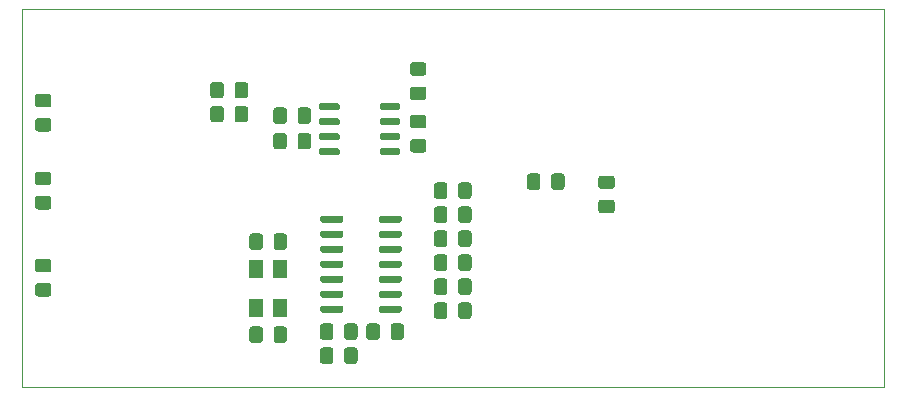
<source format=gbr>
G04 #@! TF.GenerationSoftware,KiCad,Pcbnew,5.1.10*
G04 #@! TF.CreationDate,2021-09-21T16:03:23-04:00*
G04 #@! TF.ProjectId,tinycalibrator,74696e79-6361-46c6-9962-7261746f722e,rev?*
G04 #@! TF.SameCoordinates,Original*
G04 #@! TF.FileFunction,Paste,Bot*
G04 #@! TF.FilePolarity,Positive*
%FSLAX46Y46*%
G04 Gerber Fmt 4.6, Leading zero omitted, Abs format (unit mm)*
G04 Created by KiCad (PCBNEW 5.1.10) date 2021-09-21 16:03:23*
%MOMM*%
%LPD*%
G01*
G04 APERTURE LIST*
G04 #@! TA.AperFunction,Profile*
%ADD10C,0.050000*%
G04 #@! TD*
%ADD11R,1.300000X1.600000*%
G04 APERTURE END LIST*
D10*
X97000000Y-111000000D02*
X170000000Y-111000000D01*
X97000000Y-79000000D02*
X97000000Y-111000000D01*
X170000000Y-79000000D02*
X97000000Y-79000000D01*
X170000000Y-111000000D02*
X170000000Y-79000000D01*
D11*
G04 #@! TO.C,Y1*
X116856000Y-100967000D03*
X116856000Y-104267000D03*
X118856000Y-104267000D03*
X118856000Y-100967000D03*
G04 #@! TD*
G04 #@! TO.C,U5*
G36*
G01*
X127230000Y-104544000D02*
X127230000Y-104244000D01*
G75*
G02*
X127380000Y-104094000I150000J0D01*
G01*
X129030000Y-104094000D01*
G75*
G02*
X129180000Y-104244000I0J-150000D01*
G01*
X129180000Y-104544000D01*
G75*
G02*
X129030000Y-104694000I-150000J0D01*
G01*
X127380000Y-104694000D01*
G75*
G02*
X127230000Y-104544000I0J150000D01*
G01*
G37*
G36*
G01*
X127230000Y-103274000D02*
X127230000Y-102974000D01*
G75*
G02*
X127380000Y-102824000I150000J0D01*
G01*
X129030000Y-102824000D01*
G75*
G02*
X129180000Y-102974000I0J-150000D01*
G01*
X129180000Y-103274000D01*
G75*
G02*
X129030000Y-103424000I-150000J0D01*
G01*
X127380000Y-103424000D01*
G75*
G02*
X127230000Y-103274000I0J150000D01*
G01*
G37*
G36*
G01*
X127230000Y-102004000D02*
X127230000Y-101704000D01*
G75*
G02*
X127380000Y-101554000I150000J0D01*
G01*
X129030000Y-101554000D01*
G75*
G02*
X129180000Y-101704000I0J-150000D01*
G01*
X129180000Y-102004000D01*
G75*
G02*
X129030000Y-102154000I-150000J0D01*
G01*
X127380000Y-102154000D01*
G75*
G02*
X127230000Y-102004000I0J150000D01*
G01*
G37*
G36*
G01*
X127230000Y-100734000D02*
X127230000Y-100434000D01*
G75*
G02*
X127380000Y-100284000I150000J0D01*
G01*
X129030000Y-100284000D01*
G75*
G02*
X129180000Y-100434000I0J-150000D01*
G01*
X129180000Y-100734000D01*
G75*
G02*
X129030000Y-100884000I-150000J0D01*
G01*
X127380000Y-100884000D01*
G75*
G02*
X127230000Y-100734000I0J150000D01*
G01*
G37*
G36*
G01*
X127230000Y-99464000D02*
X127230000Y-99164000D01*
G75*
G02*
X127380000Y-99014000I150000J0D01*
G01*
X129030000Y-99014000D01*
G75*
G02*
X129180000Y-99164000I0J-150000D01*
G01*
X129180000Y-99464000D01*
G75*
G02*
X129030000Y-99614000I-150000J0D01*
G01*
X127380000Y-99614000D01*
G75*
G02*
X127230000Y-99464000I0J150000D01*
G01*
G37*
G36*
G01*
X127230000Y-98194000D02*
X127230000Y-97894000D01*
G75*
G02*
X127380000Y-97744000I150000J0D01*
G01*
X129030000Y-97744000D01*
G75*
G02*
X129180000Y-97894000I0J-150000D01*
G01*
X129180000Y-98194000D01*
G75*
G02*
X129030000Y-98344000I-150000J0D01*
G01*
X127380000Y-98344000D01*
G75*
G02*
X127230000Y-98194000I0J150000D01*
G01*
G37*
G36*
G01*
X127230000Y-96924000D02*
X127230000Y-96624000D01*
G75*
G02*
X127380000Y-96474000I150000J0D01*
G01*
X129030000Y-96474000D01*
G75*
G02*
X129180000Y-96624000I0J-150000D01*
G01*
X129180000Y-96924000D01*
G75*
G02*
X129030000Y-97074000I-150000J0D01*
G01*
X127380000Y-97074000D01*
G75*
G02*
X127230000Y-96924000I0J150000D01*
G01*
G37*
G36*
G01*
X122280000Y-96924000D02*
X122280000Y-96624000D01*
G75*
G02*
X122430000Y-96474000I150000J0D01*
G01*
X124080000Y-96474000D01*
G75*
G02*
X124230000Y-96624000I0J-150000D01*
G01*
X124230000Y-96924000D01*
G75*
G02*
X124080000Y-97074000I-150000J0D01*
G01*
X122430000Y-97074000D01*
G75*
G02*
X122280000Y-96924000I0J150000D01*
G01*
G37*
G36*
G01*
X122280000Y-98194000D02*
X122280000Y-97894000D01*
G75*
G02*
X122430000Y-97744000I150000J0D01*
G01*
X124080000Y-97744000D01*
G75*
G02*
X124230000Y-97894000I0J-150000D01*
G01*
X124230000Y-98194000D01*
G75*
G02*
X124080000Y-98344000I-150000J0D01*
G01*
X122430000Y-98344000D01*
G75*
G02*
X122280000Y-98194000I0J150000D01*
G01*
G37*
G36*
G01*
X122280000Y-99464000D02*
X122280000Y-99164000D01*
G75*
G02*
X122430000Y-99014000I150000J0D01*
G01*
X124080000Y-99014000D01*
G75*
G02*
X124230000Y-99164000I0J-150000D01*
G01*
X124230000Y-99464000D01*
G75*
G02*
X124080000Y-99614000I-150000J0D01*
G01*
X122430000Y-99614000D01*
G75*
G02*
X122280000Y-99464000I0J150000D01*
G01*
G37*
G36*
G01*
X122280000Y-100734000D02*
X122280000Y-100434000D01*
G75*
G02*
X122430000Y-100284000I150000J0D01*
G01*
X124080000Y-100284000D01*
G75*
G02*
X124230000Y-100434000I0J-150000D01*
G01*
X124230000Y-100734000D01*
G75*
G02*
X124080000Y-100884000I-150000J0D01*
G01*
X122430000Y-100884000D01*
G75*
G02*
X122280000Y-100734000I0J150000D01*
G01*
G37*
G36*
G01*
X122280000Y-102004000D02*
X122280000Y-101704000D01*
G75*
G02*
X122430000Y-101554000I150000J0D01*
G01*
X124080000Y-101554000D01*
G75*
G02*
X124230000Y-101704000I0J-150000D01*
G01*
X124230000Y-102004000D01*
G75*
G02*
X124080000Y-102154000I-150000J0D01*
G01*
X122430000Y-102154000D01*
G75*
G02*
X122280000Y-102004000I0J150000D01*
G01*
G37*
G36*
G01*
X122280000Y-103274000D02*
X122280000Y-102974000D01*
G75*
G02*
X122430000Y-102824000I150000J0D01*
G01*
X124080000Y-102824000D01*
G75*
G02*
X124230000Y-102974000I0J-150000D01*
G01*
X124230000Y-103274000D01*
G75*
G02*
X124080000Y-103424000I-150000J0D01*
G01*
X122430000Y-103424000D01*
G75*
G02*
X122280000Y-103274000I0J150000D01*
G01*
G37*
G36*
G01*
X122280000Y-104544000D02*
X122280000Y-104244000D01*
G75*
G02*
X122430000Y-104094000I150000J0D01*
G01*
X124080000Y-104094000D01*
G75*
G02*
X124230000Y-104244000I0J-150000D01*
G01*
X124230000Y-104544000D01*
G75*
G02*
X124080000Y-104694000I-150000J0D01*
G01*
X122430000Y-104694000D01*
G75*
G02*
X122280000Y-104544000I0J150000D01*
G01*
G37*
G04 #@! TD*
G04 #@! TO.C,U3*
G36*
G01*
X127303000Y-91209000D02*
X127303000Y-90909000D01*
G75*
G02*
X127453000Y-90759000I150000J0D01*
G01*
X128903000Y-90759000D01*
G75*
G02*
X129053000Y-90909000I0J-150000D01*
G01*
X129053000Y-91209000D01*
G75*
G02*
X128903000Y-91359000I-150000J0D01*
G01*
X127453000Y-91359000D01*
G75*
G02*
X127303000Y-91209000I0J150000D01*
G01*
G37*
G36*
G01*
X127303000Y-89939000D02*
X127303000Y-89639000D01*
G75*
G02*
X127453000Y-89489000I150000J0D01*
G01*
X128903000Y-89489000D01*
G75*
G02*
X129053000Y-89639000I0J-150000D01*
G01*
X129053000Y-89939000D01*
G75*
G02*
X128903000Y-90089000I-150000J0D01*
G01*
X127453000Y-90089000D01*
G75*
G02*
X127303000Y-89939000I0J150000D01*
G01*
G37*
G36*
G01*
X127303000Y-88669000D02*
X127303000Y-88369000D01*
G75*
G02*
X127453000Y-88219000I150000J0D01*
G01*
X128903000Y-88219000D01*
G75*
G02*
X129053000Y-88369000I0J-150000D01*
G01*
X129053000Y-88669000D01*
G75*
G02*
X128903000Y-88819000I-150000J0D01*
G01*
X127453000Y-88819000D01*
G75*
G02*
X127303000Y-88669000I0J150000D01*
G01*
G37*
G36*
G01*
X127303000Y-87399000D02*
X127303000Y-87099000D01*
G75*
G02*
X127453000Y-86949000I150000J0D01*
G01*
X128903000Y-86949000D01*
G75*
G02*
X129053000Y-87099000I0J-150000D01*
G01*
X129053000Y-87399000D01*
G75*
G02*
X128903000Y-87549000I-150000J0D01*
G01*
X127453000Y-87549000D01*
G75*
G02*
X127303000Y-87399000I0J150000D01*
G01*
G37*
G36*
G01*
X122153000Y-87399000D02*
X122153000Y-87099000D01*
G75*
G02*
X122303000Y-86949000I150000J0D01*
G01*
X123753000Y-86949000D01*
G75*
G02*
X123903000Y-87099000I0J-150000D01*
G01*
X123903000Y-87399000D01*
G75*
G02*
X123753000Y-87549000I-150000J0D01*
G01*
X122303000Y-87549000D01*
G75*
G02*
X122153000Y-87399000I0J150000D01*
G01*
G37*
G36*
G01*
X122153000Y-88669000D02*
X122153000Y-88369000D01*
G75*
G02*
X122303000Y-88219000I150000J0D01*
G01*
X123753000Y-88219000D01*
G75*
G02*
X123903000Y-88369000I0J-150000D01*
G01*
X123903000Y-88669000D01*
G75*
G02*
X123753000Y-88819000I-150000J0D01*
G01*
X122303000Y-88819000D01*
G75*
G02*
X122153000Y-88669000I0J150000D01*
G01*
G37*
G36*
G01*
X122153000Y-89939000D02*
X122153000Y-89639000D01*
G75*
G02*
X122303000Y-89489000I150000J0D01*
G01*
X123753000Y-89489000D01*
G75*
G02*
X123903000Y-89639000I0J-150000D01*
G01*
X123903000Y-89939000D01*
G75*
G02*
X123753000Y-90089000I-150000J0D01*
G01*
X122303000Y-90089000D01*
G75*
G02*
X122153000Y-89939000I0J150000D01*
G01*
G37*
G36*
G01*
X122153000Y-91209000D02*
X122153000Y-90909000D01*
G75*
G02*
X122303000Y-90759000I150000J0D01*
G01*
X123753000Y-90759000D01*
G75*
G02*
X123903000Y-90909000I0J-150000D01*
G01*
X123903000Y-91209000D01*
G75*
G02*
X123753000Y-91359000I-150000J0D01*
G01*
X122303000Y-91359000D01*
G75*
G02*
X122153000Y-91209000I0J150000D01*
G01*
G37*
G04 #@! TD*
G04 #@! TO.C,R15*
G36*
G01*
X146044499Y-95128500D02*
X146944501Y-95128500D01*
G75*
G02*
X147194500Y-95378499I0J-249999D01*
G01*
X147194500Y-96028501D01*
G75*
G02*
X146944501Y-96278500I-249999J0D01*
G01*
X146044499Y-96278500D01*
G75*
G02*
X145794500Y-96028501I0J249999D01*
G01*
X145794500Y-95378499D01*
G75*
G02*
X146044499Y-95128500I249999J0D01*
G01*
G37*
G36*
G01*
X146044499Y-93078500D02*
X146944501Y-93078500D01*
G75*
G02*
X147194500Y-93328499I0J-249999D01*
G01*
X147194500Y-93978501D01*
G75*
G02*
X146944501Y-94228500I-249999J0D01*
G01*
X146044499Y-94228500D01*
G75*
G02*
X145794500Y-93978501I0J249999D01*
G01*
X145794500Y-93328499D01*
G75*
G02*
X146044499Y-93078500I249999J0D01*
G01*
G37*
G04 #@! TD*
G04 #@! TO.C,R14*
G36*
G01*
X140901000Y-93148999D02*
X140901000Y-94049001D01*
G75*
G02*
X140651001Y-94299000I-249999J0D01*
G01*
X140000999Y-94299000D01*
G75*
G02*
X139751000Y-94049001I0J249999D01*
G01*
X139751000Y-93148999D01*
G75*
G02*
X140000999Y-92899000I249999J0D01*
G01*
X140651001Y-92899000D01*
G75*
G02*
X140901000Y-93148999I0J-249999D01*
G01*
G37*
G36*
G01*
X142951000Y-93148999D02*
X142951000Y-94049001D01*
G75*
G02*
X142701001Y-94299000I-249999J0D01*
G01*
X142050999Y-94299000D01*
G75*
G02*
X141801000Y-94049001I0J249999D01*
G01*
X141801000Y-93148999D01*
G75*
G02*
X142050999Y-92899000I249999J0D01*
G01*
X142701001Y-92899000D01*
G75*
G02*
X142951000Y-93148999I0J-249999D01*
G01*
G37*
G04 #@! TD*
G04 #@! TO.C,R13*
G36*
G01*
X99256001Y-101277000D02*
X98355999Y-101277000D01*
G75*
G02*
X98106000Y-101027001I0J249999D01*
G01*
X98106000Y-100376999D01*
G75*
G02*
X98355999Y-100127000I249999J0D01*
G01*
X99256001Y-100127000D01*
G75*
G02*
X99506000Y-100376999I0J-249999D01*
G01*
X99506000Y-101027001D01*
G75*
G02*
X99256001Y-101277000I-249999J0D01*
G01*
G37*
G36*
G01*
X99256001Y-103327000D02*
X98355999Y-103327000D01*
G75*
G02*
X98106000Y-103077001I0J249999D01*
G01*
X98106000Y-102426999D01*
G75*
G02*
X98355999Y-102177000I249999J0D01*
G01*
X99256001Y-102177000D01*
G75*
G02*
X99506000Y-102426999I0J-249999D01*
G01*
X99506000Y-103077001D01*
G75*
G02*
X99256001Y-103327000I-249999J0D01*
G01*
G37*
G04 #@! TD*
G04 #@! TO.C,R12*
G36*
G01*
X133927000Y-94811001D02*
X133927000Y-93910999D01*
G75*
G02*
X134176999Y-93661000I249999J0D01*
G01*
X134827001Y-93661000D01*
G75*
G02*
X135077000Y-93910999I0J-249999D01*
G01*
X135077000Y-94811001D01*
G75*
G02*
X134827001Y-95061000I-249999J0D01*
G01*
X134176999Y-95061000D01*
G75*
G02*
X133927000Y-94811001I0J249999D01*
G01*
G37*
G36*
G01*
X131877000Y-94811001D02*
X131877000Y-93910999D01*
G75*
G02*
X132126999Y-93661000I249999J0D01*
G01*
X132777001Y-93661000D01*
G75*
G02*
X133027000Y-93910999I0J-249999D01*
G01*
X133027000Y-94811001D01*
G75*
G02*
X132777001Y-95061000I-249999J0D01*
G01*
X132126999Y-95061000D01*
G75*
G02*
X131877000Y-94811001I0J249999D01*
G01*
G37*
G04 #@! TD*
G04 #@! TO.C,R11*
G36*
G01*
X99256001Y-93902000D02*
X98355999Y-93902000D01*
G75*
G02*
X98106000Y-93652001I0J249999D01*
G01*
X98106000Y-93001999D01*
G75*
G02*
X98355999Y-92752000I249999J0D01*
G01*
X99256001Y-92752000D01*
G75*
G02*
X99506000Y-93001999I0J-249999D01*
G01*
X99506000Y-93652001D01*
G75*
G02*
X99256001Y-93902000I-249999J0D01*
G01*
G37*
G36*
G01*
X99256001Y-95952000D02*
X98355999Y-95952000D01*
G75*
G02*
X98106000Y-95702001I0J249999D01*
G01*
X98106000Y-95051999D01*
G75*
G02*
X98355999Y-94802000I249999J0D01*
G01*
X99256001Y-94802000D01*
G75*
G02*
X99506000Y-95051999I0J-249999D01*
G01*
X99506000Y-95702001D01*
G75*
G02*
X99256001Y-95952000I-249999J0D01*
G01*
G37*
G04 #@! TD*
G04 #@! TO.C,R10*
G36*
G01*
X99256001Y-87307000D02*
X98355999Y-87307000D01*
G75*
G02*
X98106000Y-87057001I0J249999D01*
G01*
X98106000Y-86406999D01*
G75*
G02*
X98355999Y-86157000I249999J0D01*
G01*
X99256001Y-86157000D01*
G75*
G02*
X99506000Y-86406999I0J-249999D01*
G01*
X99506000Y-87057001D01*
G75*
G02*
X99256001Y-87307000I-249999J0D01*
G01*
G37*
G36*
G01*
X99256001Y-89357000D02*
X98355999Y-89357000D01*
G75*
G02*
X98106000Y-89107001I0J249999D01*
G01*
X98106000Y-88456999D01*
G75*
G02*
X98355999Y-88207000I249999J0D01*
G01*
X99256001Y-88207000D01*
G75*
G02*
X99506000Y-88456999I0J-249999D01*
G01*
X99506000Y-89107001D01*
G75*
G02*
X99256001Y-89357000I-249999J0D01*
G01*
G37*
G04 #@! TD*
G04 #@! TO.C,R9*
G36*
G01*
X128212000Y-106749001D02*
X128212000Y-105848999D01*
G75*
G02*
X128461999Y-105599000I249999J0D01*
G01*
X129112001Y-105599000D01*
G75*
G02*
X129362000Y-105848999I0J-249999D01*
G01*
X129362000Y-106749001D01*
G75*
G02*
X129112001Y-106999000I-249999J0D01*
G01*
X128461999Y-106999000D01*
G75*
G02*
X128212000Y-106749001I0J249999D01*
G01*
G37*
G36*
G01*
X126162000Y-106749001D02*
X126162000Y-105848999D01*
G75*
G02*
X126411999Y-105599000I249999J0D01*
G01*
X127062001Y-105599000D01*
G75*
G02*
X127312000Y-105848999I0J-249999D01*
G01*
X127312000Y-106749001D01*
G75*
G02*
X127062001Y-106999000I-249999J0D01*
G01*
X126411999Y-106999000D01*
G75*
G02*
X126162000Y-106749001I0J249999D01*
G01*
G37*
G04 #@! TD*
G04 #@! TO.C,R7*
G36*
G01*
X115004000Y-86302001D02*
X115004000Y-85401999D01*
G75*
G02*
X115253999Y-85152000I249999J0D01*
G01*
X115904001Y-85152000D01*
G75*
G02*
X116154000Y-85401999I0J-249999D01*
G01*
X116154000Y-86302001D01*
G75*
G02*
X115904001Y-86552000I-249999J0D01*
G01*
X115253999Y-86552000D01*
G75*
G02*
X115004000Y-86302001I0J249999D01*
G01*
G37*
G36*
G01*
X112954000Y-86302001D02*
X112954000Y-85401999D01*
G75*
G02*
X113203999Y-85152000I249999J0D01*
G01*
X113854001Y-85152000D01*
G75*
G02*
X114104000Y-85401999I0J-249999D01*
G01*
X114104000Y-86302001D01*
G75*
G02*
X113854001Y-86552000I-249999J0D01*
G01*
X113203999Y-86552000D01*
G75*
G02*
X112954000Y-86302001I0J249999D01*
G01*
G37*
G04 #@! TD*
G04 #@! TO.C,R6*
G36*
G01*
X115004000Y-88334001D02*
X115004000Y-87433999D01*
G75*
G02*
X115253999Y-87184000I249999J0D01*
G01*
X115904001Y-87184000D01*
G75*
G02*
X116154000Y-87433999I0J-249999D01*
G01*
X116154000Y-88334001D01*
G75*
G02*
X115904001Y-88584000I-249999J0D01*
G01*
X115253999Y-88584000D01*
G75*
G02*
X115004000Y-88334001I0J249999D01*
G01*
G37*
G36*
G01*
X112954000Y-88334001D02*
X112954000Y-87433999D01*
G75*
G02*
X113203999Y-87184000I249999J0D01*
G01*
X113854001Y-87184000D01*
G75*
G02*
X114104000Y-87433999I0J-249999D01*
G01*
X114104000Y-88334001D01*
G75*
G02*
X113854001Y-88584000I-249999J0D01*
G01*
X113203999Y-88584000D01*
G75*
G02*
X112954000Y-88334001I0J249999D01*
G01*
G37*
G04 #@! TD*
G04 #@! TO.C,R5*
G36*
G01*
X133927000Y-98875001D02*
X133927000Y-97974999D01*
G75*
G02*
X134176999Y-97725000I249999J0D01*
G01*
X134827001Y-97725000D01*
G75*
G02*
X135077000Y-97974999I0J-249999D01*
G01*
X135077000Y-98875001D01*
G75*
G02*
X134827001Y-99125000I-249999J0D01*
G01*
X134176999Y-99125000D01*
G75*
G02*
X133927000Y-98875001I0J249999D01*
G01*
G37*
G36*
G01*
X131877000Y-98875001D02*
X131877000Y-97974999D01*
G75*
G02*
X132126999Y-97725000I249999J0D01*
G01*
X132777001Y-97725000D01*
G75*
G02*
X133027000Y-97974999I0J-249999D01*
G01*
X133027000Y-98875001D01*
G75*
G02*
X132777001Y-99125000I-249999J0D01*
G01*
X132126999Y-99125000D01*
G75*
G02*
X131877000Y-98875001I0J249999D01*
G01*
G37*
G04 #@! TD*
G04 #@! TO.C,R4*
G36*
G01*
X133927000Y-104971001D02*
X133927000Y-104070999D01*
G75*
G02*
X134176999Y-103821000I249999J0D01*
G01*
X134827001Y-103821000D01*
G75*
G02*
X135077000Y-104070999I0J-249999D01*
G01*
X135077000Y-104971001D01*
G75*
G02*
X134827001Y-105221000I-249999J0D01*
G01*
X134176999Y-105221000D01*
G75*
G02*
X133927000Y-104971001I0J249999D01*
G01*
G37*
G36*
G01*
X131877000Y-104971001D02*
X131877000Y-104070999D01*
G75*
G02*
X132126999Y-103821000I249999J0D01*
G01*
X132777001Y-103821000D01*
G75*
G02*
X133027000Y-104070999I0J-249999D01*
G01*
X133027000Y-104971001D01*
G75*
G02*
X132777001Y-105221000I-249999J0D01*
G01*
X132126999Y-105221000D01*
G75*
G02*
X131877000Y-104971001I0J249999D01*
G01*
G37*
G04 #@! TD*
G04 #@! TO.C,R3*
G36*
G01*
X133927000Y-102939001D02*
X133927000Y-102038999D01*
G75*
G02*
X134176999Y-101789000I249999J0D01*
G01*
X134827001Y-101789000D01*
G75*
G02*
X135077000Y-102038999I0J-249999D01*
G01*
X135077000Y-102939001D01*
G75*
G02*
X134827001Y-103189000I-249999J0D01*
G01*
X134176999Y-103189000D01*
G75*
G02*
X133927000Y-102939001I0J249999D01*
G01*
G37*
G36*
G01*
X131877000Y-102939001D02*
X131877000Y-102038999D01*
G75*
G02*
X132126999Y-101789000I249999J0D01*
G01*
X132777001Y-101789000D01*
G75*
G02*
X133027000Y-102038999I0J-249999D01*
G01*
X133027000Y-102939001D01*
G75*
G02*
X132777001Y-103189000I-249999J0D01*
G01*
X132126999Y-103189000D01*
G75*
G02*
X131877000Y-102939001I0J249999D01*
G01*
G37*
G04 #@! TD*
G04 #@! TO.C,R2*
G36*
G01*
X133927000Y-96843001D02*
X133927000Y-95942999D01*
G75*
G02*
X134176999Y-95693000I249999J0D01*
G01*
X134827001Y-95693000D01*
G75*
G02*
X135077000Y-95942999I0J-249999D01*
G01*
X135077000Y-96843001D01*
G75*
G02*
X134827001Y-97093000I-249999J0D01*
G01*
X134176999Y-97093000D01*
G75*
G02*
X133927000Y-96843001I0J249999D01*
G01*
G37*
G36*
G01*
X131877000Y-96843001D02*
X131877000Y-95942999D01*
G75*
G02*
X132126999Y-95693000I249999J0D01*
G01*
X132777001Y-95693000D01*
G75*
G02*
X133027000Y-95942999I0J-249999D01*
G01*
X133027000Y-96843001D01*
G75*
G02*
X132777001Y-97093000I-249999J0D01*
G01*
X132126999Y-97093000D01*
G75*
G02*
X131877000Y-96843001I0J249999D01*
G01*
G37*
G04 #@! TD*
G04 #@! TO.C,R1*
G36*
G01*
X133927000Y-100907001D02*
X133927000Y-100006999D01*
G75*
G02*
X134176999Y-99757000I249999J0D01*
G01*
X134827001Y-99757000D01*
G75*
G02*
X135077000Y-100006999I0J-249999D01*
G01*
X135077000Y-100907001D01*
G75*
G02*
X134827001Y-101157000I-249999J0D01*
G01*
X134176999Y-101157000D01*
G75*
G02*
X133927000Y-100907001I0J249999D01*
G01*
G37*
G36*
G01*
X131877000Y-100907001D02*
X131877000Y-100006999D01*
G75*
G02*
X132126999Y-99757000I249999J0D01*
G01*
X132777001Y-99757000D01*
G75*
G02*
X133027000Y-100006999I0J-249999D01*
G01*
X133027000Y-100907001D01*
G75*
G02*
X132777001Y-101157000I-249999J0D01*
G01*
X132126999Y-101157000D01*
G75*
G02*
X131877000Y-100907001I0J249999D01*
G01*
G37*
G04 #@! TD*
G04 #@! TO.C,C10*
G36*
G01*
X123375000Y-107880999D02*
X123375000Y-108781001D01*
G75*
G02*
X123125001Y-109031000I-249999J0D01*
G01*
X122474999Y-109031000D01*
G75*
G02*
X122225000Y-108781001I0J249999D01*
G01*
X122225000Y-107880999D01*
G75*
G02*
X122474999Y-107631000I249999J0D01*
G01*
X123125001Y-107631000D01*
G75*
G02*
X123375000Y-107880999I0J-249999D01*
G01*
G37*
G36*
G01*
X125425000Y-107880999D02*
X125425000Y-108781001D01*
G75*
G02*
X125175001Y-109031000I-249999J0D01*
G01*
X124524999Y-109031000D01*
G75*
G02*
X124275000Y-108781001I0J249999D01*
G01*
X124275000Y-107880999D01*
G75*
G02*
X124524999Y-107631000I249999J0D01*
G01*
X125175001Y-107631000D01*
G75*
G02*
X125425000Y-107880999I0J-249999D01*
G01*
G37*
G04 #@! TD*
G04 #@! TO.C,C9*
G36*
G01*
X123375000Y-105848999D02*
X123375000Y-106749001D01*
G75*
G02*
X123125001Y-106999000I-249999J0D01*
G01*
X122474999Y-106999000D01*
G75*
G02*
X122225000Y-106749001I0J249999D01*
G01*
X122225000Y-105848999D01*
G75*
G02*
X122474999Y-105599000I249999J0D01*
G01*
X123125001Y-105599000D01*
G75*
G02*
X123375000Y-105848999I0J-249999D01*
G01*
G37*
G36*
G01*
X125425000Y-105848999D02*
X125425000Y-106749001D01*
G75*
G02*
X125175001Y-106999000I-249999J0D01*
G01*
X124524999Y-106999000D01*
G75*
G02*
X124275000Y-106749001I0J249999D01*
G01*
X124275000Y-105848999D01*
G75*
G02*
X124524999Y-105599000I249999J0D01*
G01*
X125175001Y-105599000D01*
G75*
G02*
X125425000Y-105848999I0J-249999D01*
G01*
G37*
G04 #@! TD*
G04 #@! TO.C,C8*
G36*
G01*
X117406000Y-106102999D02*
X117406000Y-107003001D01*
G75*
G02*
X117156001Y-107253000I-249999J0D01*
G01*
X116505999Y-107253000D01*
G75*
G02*
X116256000Y-107003001I0J249999D01*
G01*
X116256000Y-106102999D01*
G75*
G02*
X116505999Y-105853000I249999J0D01*
G01*
X117156001Y-105853000D01*
G75*
G02*
X117406000Y-106102999I0J-249999D01*
G01*
G37*
G36*
G01*
X119456000Y-106102999D02*
X119456000Y-107003001D01*
G75*
G02*
X119206001Y-107253000I-249999J0D01*
G01*
X118555999Y-107253000D01*
G75*
G02*
X118306000Y-107003001I0J249999D01*
G01*
X118306000Y-106102999D01*
G75*
G02*
X118555999Y-105853000I249999J0D01*
G01*
X119206001Y-105853000D01*
G75*
G02*
X119456000Y-106102999I0J-249999D01*
G01*
G37*
G04 #@! TD*
G04 #@! TO.C,C7*
G36*
G01*
X118306000Y-99129001D02*
X118306000Y-98228999D01*
G75*
G02*
X118555999Y-97979000I249999J0D01*
G01*
X119206001Y-97979000D01*
G75*
G02*
X119456000Y-98228999I0J-249999D01*
G01*
X119456000Y-99129001D01*
G75*
G02*
X119206001Y-99379000I-249999J0D01*
G01*
X118555999Y-99379000D01*
G75*
G02*
X118306000Y-99129001I0J249999D01*
G01*
G37*
G36*
G01*
X116256000Y-99129001D02*
X116256000Y-98228999D01*
G75*
G02*
X116505999Y-97979000I249999J0D01*
G01*
X117156001Y-97979000D01*
G75*
G02*
X117406000Y-98228999I0J-249999D01*
G01*
X117406000Y-99129001D01*
G75*
G02*
X117156001Y-99379000I-249999J0D01*
G01*
X116505999Y-99379000D01*
G75*
G02*
X116256000Y-99129001I0J249999D01*
G01*
G37*
G04 #@! TD*
G04 #@! TO.C,C6*
G36*
G01*
X119438000Y-87560999D02*
X119438000Y-88461001D01*
G75*
G02*
X119188001Y-88711000I-249999J0D01*
G01*
X118537999Y-88711000D01*
G75*
G02*
X118288000Y-88461001I0J249999D01*
G01*
X118288000Y-87560999D01*
G75*
G02*
X118537999Y-87311000I249999J0D01*
G01*
X119188001Y-87311000D01*
G75*
G02*
X119438000Y-87560999I0J-249999D01*
G01*
G37*
G36*
G01*
X121488000Y-87560999D02*
X121488000Y-88461001D01*
G75*
G02*
X121238001Y-88711000I-249999J0D01*
G01*
X120587999Y-88711000D01*
G75*
G02*
X120338000Y-88461001I0J249999D01*
G01*
X120338000Y-87560999D01*
G75*
G02*
X120587999Y-87311000I249999J0D01*
G01*
X121238001Y-87311000D01*
G75*
G02*
X121488000Y-87560999I0J-249999D01*
G01*
G37*
G04 #@! TD*
G04 #@! TO.C,C5*
G36*
G01*
X131006001Y-89085000D02*
X130105999Y-89085000D01*
G75*
G02*
X129856000Y-88835001I0J249999D01*
G01*
X129856000Y-88184999D01*
G75*
G02*
X130105999Y-87935000I249999J0D01*
G01*
X131006001Y-87935000D01*
G75*
G02*
X131256000Y-88184999I0J-249999D01*
G01*
X131256000Y-88835001D01*
G75*
G02*
X131006001Y-89085000I-249999J0D01*
G01*
G37*
G36*
G01*
X131006001Y-91135000D02*
X130105999Y-91135000D01*
G75*
G02*
X129856000Y-90885001I0J249999D01*
G01*
X129856000Y-90234999D01*
G75*
G02*
X130105999Y-89985000I249999J0D01*
G01*
X131006001Y-89985000D01*
G75*
G02*
X131256000Y-90234999I0J-249999D01*
G01*
X131256000Y-90885001D01*
G75*
G02*
X131006001Y-91135000I-249999J0D01*
G01*
G37*
G04 #@! TD*
G04 #@! TO.C,C4*
G36*
G01*
X131006001Y-84640000D02*
X130105999Y-84640000D01*
G75*
G02*
X129856000Y-84390001I0J249999D01*
G01*
X129856000Y-83739999D01*
G75*
G02*
X130105999Y-83490000I249999J0D01*
G01*
X131006001Y-83490000D01*
G75*
G02*
X131256000Y-83739999I0J-249999D01*
G01*
X131256000Y-84390001D01*
G75*
G02*
X131006001Y-84640000I-249999J0D01*
G01*
G37*
G36*
G01*
X131006001Y-86690000D02*
X130105999Y-86690000D01*
G75*
G02*
X129856000Y-86440001I0J249999D01*
G01*
X129856000Y-85789999D01*
G75*
G02*
X130105999Y-85540000I249999J0D01*
G01*
X131006001Y-85540000D01*
G75*
G02*
X131256000Y-85789999I0J-249999D01*
G01*
X131256000Y-86440001D01*
G75*
G02*
X131006001Y-86690000I-249999J0D01*
G01*
G37*
G04 #@! TD*
G04 #@! TO.C,C2*
G36*
G01*
X119438000Y-89719999D02*
X119438000Y-90620001D01*
G75*
G02*
X119188001Y-90870000I-249999J0D01*
G01*
X118537999Y-90870000D01*
G75*
G02*
X118288000Y-90620001I0J249999D01*
G01*
X118288000Y-89719999D01*
G75*
G02*
X118537999Y-89470000I249999J0D01*
G01*
X119188001Y-89470000D01*
G75*
G02*
X119438000Y-89719999I0J-249999D01*
G01*
G37*
G36*
G01*
X121488000Y-89719999D02*
X121488000Y-90620001D01*
G75*
G02*
X121238001Y-90870000I-249999J0D01*
G01*
X120587999Y-90870000D01*
G75*
G02*
X120338000Y-90620001I0J249999D01*
G01*
X120338000Y-89719999D01*
G75*
G02*
X120587999Y-89470000I249999J0D01*
G01*
X121238001Y-89470000D01*
G75*
G02*
X121488000Y-89719999I0J-249999D01*
G01*
G37*
G04 #@! TD*
M02*

</source>
